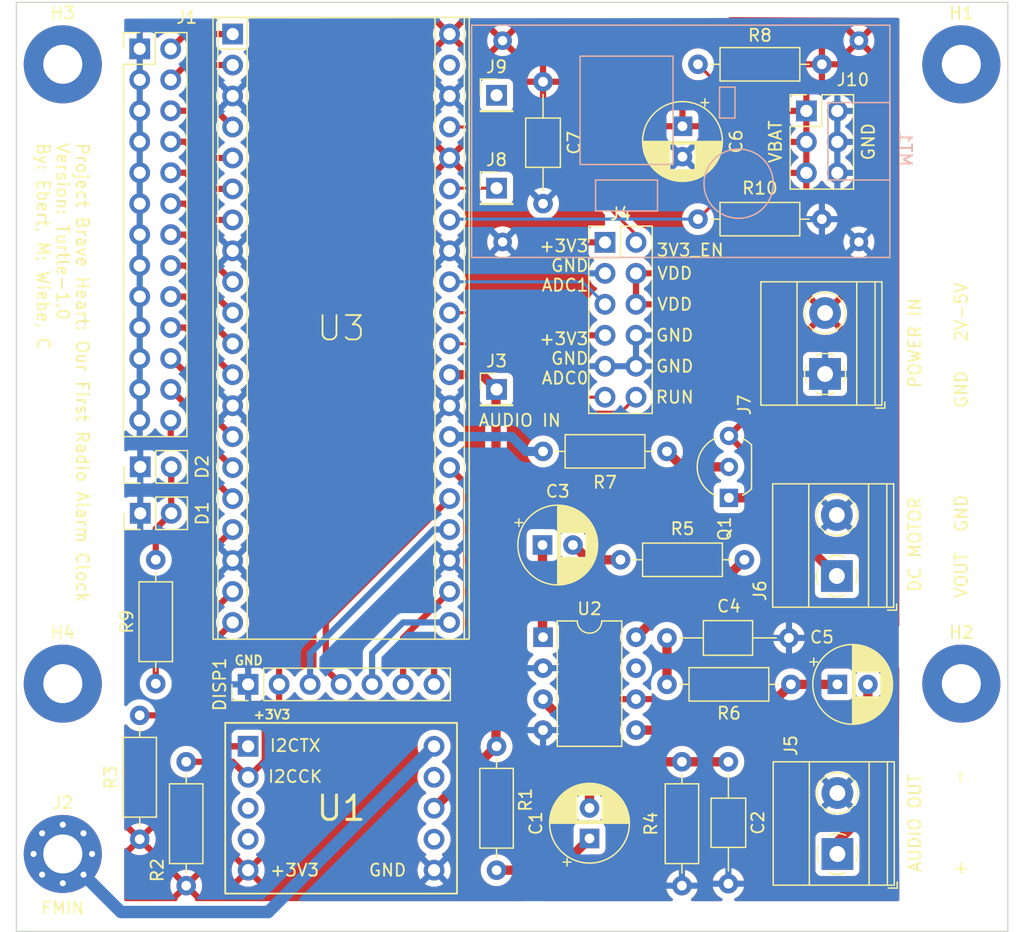
<source format=kicad_pcb>
(kicad_pcb (version 20211014) (generator pcbnew)
  (layers (0 "F.Cu" signal) (31 "B.Cu" signal) (36 "B.SilkS" user "B.Silkscreen") (37 "F.SilkS" user "F.Silkscreen") (38 "B.Mask" user) (39 "F.Mask" user) (44 "Edge.Cuts" user))
  (net 0 "")
  (net 1 "Net-(C3-Pad1)")
  (net 2 "GND")
  (net 3 "+3V3")
  (net 4 "/SPI_SCLK")
  (net 5 "/SPI_SDA")
  (net 6 "/SPI_RES")
  (net 7 "/SPI_DC")
  (net 8 "/SPI_CS")
  (net 9 "VDD")
  (net 10 "Net-(C3-Pad2)")
  (net 11 "Net-(Q1-Pad2)")
  (net 12 "/M1_PWM")
  (net 13 "/I2CCK")
  (net 19 "Net-(C5-Pad2)")
  (net 20 "Net-(D1-Pad2)")
  (net 21 "Net-(J1-Pad2)")
  (net 22 "Net-(J1-Pad4)")
  (net 23 "Net-(J1-Pad6)")
  (net 24 "Net-(J1-Pad8)")
  (net 25 "Net-(J1-Pad10)")
  (net 26 "Net-(J1-Pad12)")
  (net 27 "+3V0")
  (net 28 "Net-(R5-Pad1)")
  (net 29 "/LED_PIN")
  (net 30 "VCC")
  (net 31 "Net-(C1-Pad1)")
  (net 32 "Net-(C1-Pad2)")
  (net 33 "Net-(C4-Pad1)")
  (net 34 "Net-(C5-Pad1)")
  (net 35 "Net-(J2-Pad1)")
  (net 36 "/AUDIO")
  (net 37 "Net-(J1-Pad26)")
  (net 38 "Net-(J1-Pad24)")
  (net 39 "Net-(J1-Pad22)")
  (net 40 "Net-(J1-Pad20)")
  (net 41 "Net-(J1-Pad18)")
  (net 42 "Net-(J1-Pad16)")
  (net 43 "Net-(J1-Pad14)")
  (net 44 "Net-(J6-Pad1)")
  (net 45 "/I2CTX")
  (net 46 "Net-(U3-Pad37)")
  (net 47 "/VBAT")
  (net 48 "Net-(J8-Pad1)")
  (net 49 "Net-(J9-Pad1)")
  (net 50 "Net-(U3-Pad30)")
  (net 51 "Net-(U3-Pad32)")
  (net 52 "Net-(U3-Pad31)")
  (footprint "Capacitor_THT:CP_Radial_D6.3mm_P2.50mm" (layer "F.Cu") (at 143.555 126.94 90)
    (fp_text reference "C1" (at 1.25 -4.4 90) (layer "F.SilkS"))
    (fp_text value "C_Polarized_US")
    (pad "1" thru_hole rect (at 0 0 90) (size 1.6 1.6) (drill 0.8) (layers *.Cu *.Mask) (net 31 "Net-(C1-Pad1)"))
    (pad "2" thru_hole circle (at 2.5 0 90) (size 1.6 1.6) (drill 0.8) (layers *.Cu *.Mask) (net 32 "Net-(C1-Pad2)"))
  )
  (footprint "TerminalBlock_Phoenix:TerminalBlock_Phoenix_MKDS-1,5-2_1x02_P5.00mm_Horizontal" (layer "F.Cu") (at 162.865 88.84 90)
    (fp_text reference "J7" (at -2.54 -6.61 90) (layer "F.SilkS"))
    (fp_text value "Conn_01x02")
    (pad "1" thru_hole rect (at 0 0 90) (size 2.6 2.6) (drill 1.3) (layers *.Cu *.Mask) (net 2 "GND"))
    (pad "2" thru_hole circle (at 5 0 90) (size 2.6 2.6) (drill 1.3) (layers *.Cu *.Mask) (net 27 "+3V0"))
  )
  (footprint "Resistor_THT:R_Axial_DIN0207_L6.3mm_D2.5mm_P10.16mm_Horizontal" (layer "F.Cu") (at 107.995 114.24 90)
    (fp_text reference "R9" (at 5.08 -2.37 90) (layer "F.SilkS"))
    (fp_text value "R_US")
    (pad "1" thru_hole circle (at 0 0 90) (size 1.6 1.6) (drill 0.8) (layers *.Cu *.Mask) (net 29 "/LED_PIN"))
    (pad "2" thru_hole oval (at 10.16 0 90) (size 1.6 1.6) (drill 0.8) (layers *.Cu *.Mask) (net 20 "Net-(D1-Pad2)"))
  )
  (footprint "TerminalBlock_Phoenix:TerminalBlock_Phoenix_MKDS-1,5-2_1x02_P5.00mm_Horizontal" (layer "F.Cu") (at 163.83 105.41 90)
    (fp_text reference "J6" (at -1.21 -6.305 90) (layer "F.SilkS"))
    (fp_text value "Conn_01x02")
    (pad "1" thru_hole rect (at 0 0 90) (size 2.6 2.6) (drill 1.3) (layers *.Cu *.Mask) (net 44 "Net-(J6-Pad1)"))
    (pad "2" thru_hole circle (at 5 0 90) (size 2.6 2.6) (drill 1.3) (layers *.Cu *.Mask) (net 2 "GND"))
  )
  (footprint "Resistor_THT:R_Axial_DIN0207_L6.3mm_D2.5mm_P10.16mm_Horizontal" (layer "F.Cu") (at 152.445 76.14)
    (fp_text reference "R10" (at 5.08 -2.54) (layer "F.SilkS"))
    (fp_text value "R_US")
    (pad "1" thru_hole circle (at 0 0) (size 1.6 1.6) (drill 0.8) (layers *.Cu *.Mask) (net 47 "/VBAT"))
    (pad "2" thru_hole oval (at 10.16 0) (size 1.6 1.6) (drill 0.8) (layers *.Cu *.Mask) (net 2 "GND"))
  )
  (footprint "Connector_PinHeader_2.54mm:PinHeader_2x06_P2.54mm_Vertical" (layer "F.Cu") (at 144.825 78.045)
    (fp_text reference "J4" (at 1.27 -2.33) (layer "F.SilkS"))
    (fp_text value "Conn_02x07_Odd_Even")
    (pad "1" thru_hole rect (at 0 0) (size 1.7 1.7) (drill 1) (layers *.Cu *.Mask) (net 3 "+3V3"))
    (pad "2" thru_hole oval (at 2.54 0) (size 1.7 1.7) (drill 1) (layers *.Cu *.Mask) (net 46 "Net-(U3-Pad37)"))
    (pad "3" thru_hole oval (at 0 2.54) (size 1.7 1.7) (drill 1) (layers *.Cu *.Mask) (net 2 "GND"))
    (pad "4" thru_hole oval (at 2.54 2.54) (size 1.7 1.7) (drill 1) (layers *.Cu *.Mask) (net 9 "VDD"))
    (pad "5" thru_hole oval (at 0 5.08) (size 1.7 1.7) (drill 1) (layers *.Cu *.Mask) (net 51 "Net-(U3-Pad32)"))
    (pad "6" thru_hole oval (at 2.54 5.08) (size 1.7 1.7) (drill 1) (layers *.Cu *.Mask) (net 9 "VDD"))
    (pad "7" thru_hole oval (at 0 7.62) (size 1.7 1.7) (drill 1) (layers *.Cu *.Mask) (net 3 "+3V3"))
    (pad "8" thru_hole oval (at 2.54 7.62) (size 1.7 1.7) (drill 1) (layers *.Cu *.Mask) (net 2 "GND"))
    (pad "9" thru_hole oval (at 0 10.16) (size 1.7 1.7) (drill 1) (layers *.Cu *.Mask) (net 2 "GND"))
    (pad "10" thru_hole oval (at 2.54 10.16) (size 1.7 1.7) (drill 1) (layers *.Cu *.Mask) (net 2 "GND"))
    (pad "11" thru_hole oval (at 0 12.7) (size 1.7 1.7) (drill 1) (layers *.Cu *.Mask) (net 52 "Net-(U3-Pad31)"))
    (pad "12" thru_hole oval (at 2.54 12.7) (size 1.7 1.7) (drill 1) (layers *.Cu *.Mask) (net 50 "Net-(U3-Pad30)"))
  )
  (footprint "Capacitor_THT:CP_Radial_D6.3mm_P2.50mm" (layer "F.Cu") (at 139.7 102.87)
    (fp_text reference "C3" (at 1.25 -4.4) (layer "F.SilkS"))
    (fp_text value "C_Polarized_US")
    (pad "1" thru_hole rect (at 0 0) (size 1.6 1.6) (drill 0.8) (layers *.Cu *.Mask) (net 1 "Net-(C3-Pad1)"))
    (pad "2" thru_hole circle (at 2.5 0) (size 1.6 1.6) (drill 0.8) (layers *.Cu *.Mask) (net 10 "Net-(C3-Pad2)"))
  )
  (footprint "Resistor_THT:R_Axial_DIN0207_L6.3mm_D2.5mm_P10.16mm_Horizontal" (layer "F.Cu") (at 139.745 95.19)
    (fp_text reference "R7" (at 5.08 2.54) (layer "F.SilkS"))
    (fp_text value "R_US")
    (pad "1" thru_hole circle (at 0 0) (size 1.6 1.6) (drill 0.8) (layers *.Cu *.Mask) (net 12 "/M1_PWM"))
    (pad "2" thru_hole oval (at 10.16 0) (size 1.6 1.6) (drill 0.8) (layers *.Cu *.Mask) (net 11 "Net-(Q1-Pad2)"))
  )
  (footprint "Connector_PinHeader_2.54mm:PinHeader_1x02_P2.54mm_Vertical" (layer "F.Cu") (at 106.725 96.46 90)
    (fp_text reference "D2" (at 0 5.08 90) (layer "F.SilkS"))
    (fp_text value "LED")
    (pad "1" thru_hole rect (at 0 0 90) (size 1.7 1.7) (drill 1) (layers *.Cu *.Mask) (net 2 "GND"))
    (pad "2" thru_hole oval (at 0 2.54 90) (size 1.7 1.7) (drill 1) (layers *.Cu *.Mask) (net 20 "Net-(D1-Pad2)"))
  )
  (footprint "TerminalBlock_Phoenix:TerminalBlock_Phoenix_MKDS-1,5-2_1x02_P5.00mm_Horizontal" (layer "F.Cu") (at 163.875 128.21 90)
    (fp_text reference "J5" (at 8.89 -3.81 90) (layer "F.SilkS"))
    (fp_text value "Conn_01x02")
    (pad "1" thru_hole rect (at 0 0 90) (size 2.6 2.6) (drill 1.3) (layers *.Cu *.Mask) (net 19 "Net-(C5-Pad2)"))
    (pad "2" thru_hole circle (at 5 0 90) (size 2.6 2.6) (drill 1.3) (layers *.Cu *.Mask) (net 2 "GND"))
  )
  (footprint "MountingHole:MountingHole_3.2mm_M3_Pad" (layer "F.Cu") (at 174.035 114.24)
    (fp_text reference "H2" (at 0 -4.2) (layer "F.SilkS"))
    (fp_text value "MountingHole")
    (pad "1" thru_hole circle (at 0 0) (size 6.4 6.4) (drill 3.2) (layers *.Cu *.Mask))
  )
  (footprint "Connector_PinHeader_2.54mm:PinHeader_1x01_P2.54mm_Vertical" (layer "F.Cu") (at 135.935 73.6)
    (fp_text reference "J8" (at 0 -2.33) (layer "F.SilkS"))
    (fp_text value "Conn_01x01")
    (pad "1" thru_hole rect (at 0 0) (size 1.7 1.7) (drill 1) (layers *.Cu *.Mask) (net 48 "Net-(J8-Pad1)"))
  )
  (footprint "Resistor_THT:R_Axial_DIN0207_L6.3mm_D2.5mm_P10.16mm_Horizontal" (layer "F.Cu") (at 106.68 127 90)
    (fp_text reference "R3" (at 5.08 -2.37 90) (layer "F.SilkS"))
    (fp_text value "R_US")
    (pad "1" thru_hole circle (at 0 0 90) (size 1.6 1.6) (drill 0.8) (layers *.Cu *.Mask) (net 3 "+3V3"))
    (pad "2" thru_hole oval (at 10.16 0 90) (size 1.6 1.6) (drill 0.8) (layers *.Cu *.Mask) (net 45 "/I2CTX"))
  )
  (footprint "Resistor_THT:R_Axial_DIN0207_L6.3mm_D2.5mm_P10.16mm_Horizontal" (layer "F.Cu") (at 135.935 119.38 -90)
    (fp_text reference "R1" (at 4.385 -2.37 90) (layer "F.SilkS"))
    (fp_text value "R_US")
    (pad "1" thru_hole circle (at 0 0 270) (size 1.6 1.6) (drill 0.8) (layers *.Cu *.Mask) (net 36 "/AUDIO"))
    (pad "2" thru_hole oval (at 10.16 0 270) (size 1.6 1.6) (drill 0.8) (layers *.Cu *.Mask) (net 31 "Net-(C1-Pad1)"))
  )
  (footprint "Connector_PinHeader_2.54mm:PinHeader_1x07_P2.54mm_Vertical" (layer "F.Cu") (at 115.57 114.3 90)
    (fp_text reference "DISP1" (at 0 -2.33 90) (layer "F.SilkS"))
    (fp_text value "OLED Display")
    (pad "1" thru_hole rect (at 0 0 90) (size 1.7 1.7) (drill 1) (layers *.Cu *.Mask) (net 2 "GND"))
    (pad "2" thru_hole oval (at 0 2.54 90) (size 1.7 1.7) (drill 1) (layers *.Cu *.Mask) (net 3 "+3V3"))
    (pad "3" thru_hole oval (at 0 5.08 90) (size 1.7 1.7) (drill 1) (layers *.Cu *.Mask) (net 4 "/SPI_SCLK"))
    (pad "4" thru_hole oval (at 0 7.62 90) (size 1.7 1.7) (drill 1) (layers *.Cu *.Mask) (net 5 "/SPI_SDA"))
    (pad "5" thru_hole oval (at 0 10.16 90) (size 1.7 1.7) (drill 1) (layers *.Cu *.Mask) (net 6 "/SPI_RES"))
    (pad "6" thru_hole oval (at 0 12.7 90) (size 1.7 1.7) (drill 1) (layers *.Cu *.Mask) (net 7 "/SPI_DC"))
    (pad "7" thru_hole oval (at 0 15.24 90) (size 1.7 1.7) (drill 1) (layers *.Cu *.Mask) (net 8 "/SPI_CS"))
  )
  (footprint "Resistor_THT:R_Axial_DIN0207_L6.3mm_D2.5mm_P10.16mm_Horizontal" (layer "F.Cu") (at 156.255 104.08 180)
    (fp_text reference "R5" (at 5.08 2.54) (layer "F.SilkS"))
    (fp_text value "R_US")
    (pad "1" thru_hole circle (at 0 0 180) (size 1.6 1.6) (drill 0.8) (layers *.Cu *.Mask) (net 28 "Net-(R5-Pad1)"))
    (pad "2" thru_hole oval (at 10.16 0 180) (size 1.6 1.6) (drill 0.8) (layers *.Cu *.Mask) (net 10 "Net-(C3-Pad2)"))
  )
  (footprint "Resistor_THT:R_Axial_DIN0207_L6.3mm_D2.5mm_P10.16mm_Horizontal" (layer "F.Cu") (at 110.49 130.81 90)
    (fp_text reference "R2" (at 1.27 -2.37 90) (layer "F.SilkS"))
    (fp_text value "R_US")
    (pad "1" thru_hole circle (at 0 0 90) (size 1.6 1.6) (drill 0.8) (layers *.Cu *.Mask) (net 3 "+3V3"))
    (pad "2" thru_hole oval (at 10.16 0 90) (size 1.6 1.6) (drill 0.8) (layers *.Cu *.Mask) (net 13 "/I2CCK"))
  )
  (footprint "ECE:RDA5807M_Module_TH" (layer "F.Cu") (at 123.19 124.46)
    (fp_text reference "U1" (at 0 0 unlocked) (layer "F.SilkS") (effects (font (size 2 2) (thickness 0.25))))
    (fp_text value "RDA5807M_Module")
    (pad "1" thru_hole rect (at -7.62 -5.08 180) (size 1.7 1.7) (drill 1) (layers *.Cu *.Mask) (net 45 "/I2CTX"))
    (pad "2" thru_hole circle (at -7.62 -2.54 180) (size 1.7 1.7) (drill 1) (layers *.Cu *.Mask) (net 13 "/I2CCK"))
    (pad "3" thru_hole circle (at -7.62 0 180) (size 1.7 1.7) (drill 1) (layers *.Cu *.Mask))
    (pad "4" thru_hole circle (at -7.62 2.54 180) (size 1.7 1.7) (drill 1) (layers *.Cu *.Mask))
    (pad "5" thru_hole circle (at -7.62 5.08 180) (size 1.7 1.7) (drill 1) (layers *.Cu *.Mask) (net 3 "+3V3"))
    (pad "6" thru_hole circle (at 7.62 5.08 180) (size 1.7 1.7) (drill 1) (layers *.Cu *.Mask) (net 2 "GND"))
    (pad "7" thru_hole circle (at 7.62 2.54 180) (size 1.7 1.7) (drill 1) (layers *.Cu *.Mask))
    (pad "8" thru_hole circle (at 7.62 0 180) (size 1.7 1.7) (drill 1) (layers *.Cu *.Mask) (net 36 "/AUDIO"))
    (pad "9" thru_hole circle (at 7.62 -2.54 180) (size 1.7 1.7) (drill 1) (layers *.Cu *.Mask))
    (pad "10" thru_hole circle (at 7.62 -5.08 180) (size 1.7 1.7) (drill 1) (layers *.Cu *.Mask) (net 35 "Net-(J2-Pad1)"))
  )
  (footprint "Connector_PinHeader_2.54mm:PinHeader_2x03_P2.54mm_Vertical" (layer "F.Cu") (at 161.33 67.265)
    (fp_text reference "J10" (at 3.815 -2.555) (layer "F.SilkS"))
    (fp_text value "Conn_02x03_Odd_Even")
    (pad "1" thru_hole rect (at 0 0) (size 1.7 1.7) (drill 1) (layers *.Cu *.Mask) (net 27 "+3V0"))
    (pad "2" thru_hole oval (at 2.54 0) (size 1.7 1.7) (drill 1) (layers *.Cu *.Mask) (net 2 "GND"))
    (pad "3" thru_hole oval (at 0 2.54) (size 1.7 1.7) (drill 1) (layers *.Cu *.Mask) (net 27 "+3V0"))
    (pad "4" thru_hole oval (at 2.54 2.54) (size 1.7 1.7) (drill 1) (layers *.Cu *.Mask) (net 2 "GND"))
    (pad "5" thru_hole oval (at 0 5.08) (size 1.7 1.7) (drill 1) (layers *.Cu *.Mask) (net 27 "+3V0"))
    (pad "6" thru_hole oval (at 2.54 5.08) (size 1.7 1.7) (drill 1) (layers *.Cu *.Mask) (net 2 "GND"))
  )
  (footprint "Capacitor_THT:CP_Radial_D6.3mm_P2.50mm" (layer "F.Cu") (at 163.875 114.3)
    (fp_text reference "C5" (at -1.27 -3.87) (layer "F.SilkS"))
    (fp_text value "C_Polarized_US")
    (pad "1" thru_hole rect (at 0 0) (size 1.6 1.6) (drill 0.8) (layers *.Cu *.Mask) (net 34 "Net-(C5-Pad1)"))
    (pad "2" thru_hole circle (at 2.5 0) (size 1.6 1.6) (drill 0.8) (layers *.Cu *.Mask) (net 19 "Net-(C5-Pad2)"))
  )
  (footprint "Capacitor_THT:C_Axial_L3.8mm_D2.6mm_P10.00mm_Horizontal" (layer "F.Cu") (at 154.94 120.65 -90)
    (fp_text reference "C2" (at 5 -2.42 90) (layer "F.SilkS"))
    (fp_text value "C")
    (pad "1" thru_hole circle (at 0 0 270) (size 1.6 1.6) (drill 0.8) (layers *.Cu *.Mask) (net 32 "Net-(C1-Pad2)"))
    (pad "2" thru_hole oval (at 10 0 270) (size 1.6 1.6) (drill 0.8) (layers *.Cu *.Mask) (net 2 "GND"))
  )
  (footprint "Package_TO_SOT_THT:TO-92_Inline_Wide" (layer "F.Cu") (at 154.985 99 90)
    (fp_text reference "Q1" (at -2.54 -0.36 90) (layer "F.SilkS"))
    (fp_text value "PN2222A")
    (pad "1" thru_hole rect (at 0 0 90) (size 1.5 1.5) (drill 0.8) (layers *.Cu *.Mask) (net 44 "Net-(J6-Pad1)"))
    (pad "2" thru_hole circle (at 2.54 0 90) (size 1.5 1.5) (drill 0.8) (layers *.Cu *.Mask) (net 11 "Net-(Q1-Pad2)"))
    (pad "3" thru_hole circle (at 5.08 0 90) (size 1.5 1.5) (drill 0.8) (layers *.Cu *.Mask) (net 27 "+3V0"))
  )
  (footprint "Capacitor_THT:C_Axial_L3.8mm_D2.6mm_P10.00mm_Horizontal" (layer "F.Cu") (at 139.745 74.87 90)
    (fp_text reference "C7" (at 5 2.54 90) (layer "F.SilkS"))
    (fp_text value "C")
    (pad "1" thru_hole circle (at 0 0 90) (size 1.6 1.6) (drill 0.8) (layers *.Cu *.Mask) (net 2 "GND"))
    (pad "2" thru_hole oval (at 10 0 90) (size 1.6 1.6) (drill 0.8) (layers *.Cu *.Mask) (net 9 "VDD"))
  )
  (footprint "MountingHole:MountingHole_3.2mm_M3_Pad_Via" (layer "F.Cu") (at 100.375 128.21)
    (fp_text reference "J2" (at 0 -4.2) (layer "F.SilkS"))
    (fp_text value "Conn_01x01")
    (pad "1" thru_hole circle (at 1.697056 -1.697056) (size 0.8 0.8) (drill 0.5) (layers *.Cu *.Mask) (net 35 "Net-(J2-Pad1)"))
    (pad "1" thru_hole circle (at 0 0) (size 6.4 6.4) (drill 3.2) (layers *.Cu *.Mask) (net 35 "Net-(J2-Pad1)"))
    (pad "1" thru_hole circle (at 1.697056 1.697056) (size 0.8 0.8) (drill 0.5) (layers *.Cu *.Mask) (net 35 "Net-(J2-Pad1)"))
    (pad "1" thru_hole circle (at -2.4 0) (size 0.8 0.8) (drill 0.5) (layers *.Cu *.Mask) (net 35 "Net-(J2-Pad1)"))
    (pad "1" thru_hole circle (at 0 2.4) (size 0.8 0.8) (drill 0.5) (layers *.Cu *.Mask) (net 35 "Net-(J2-Pad1)"))
    (pad "1" thru_hole circle (at -1.697056 1.697056) (size 0.8 0.8) (drill 0.5) (layers *.Cu *.Mask) (net 35 "Net-(J2-Pad1)"))
    (pad "1" thru_hole circle (at -1.697056 -1.697056) (size 0.8 0.8) (drill 0.5) (layers *.Cu *.Mask) (net 35 "Net-(J2-Pad1)"))
    (pad "1" thru_hole circle (at 2.4 0) (size 0.8 0.8) (drill 0.5) (layers *.Cu *.Mask) (net 35 "Net-(J2-Pad1)"))
    (pad "1" thru_hole circle (at 0 -2.4) (size 0.8 0.8) (drill 0.5) (layers *.Cu *.Mask) (net 35 "Net-(J2-Pad1)"))
  )
  (footprint "MountingHole:MountingHole_3.2mm_M3_Pad" (layer "F.Cu") (at 100.375 63.44)
    (fp_text reference "H3" (at 0 -4.2) (layer "F.SilkS"))
    (fp_text value "MountingHole")
    (pad "1" thru_hole circle (at 0 0) (size 6.4 6.4) (drill 3.2) (layers *.Cu *.Mask))
  )
  (footprint "Resistor_THT:R_Axial_DIN0207_L6.3mm_D2.5mm_P10.16mm_Horizontal" (layer "F.Cu") (at 151.13 120.65 -90)
    (fp_text reference "R4" (at 5.08 2.54 90) (layer "F.SilkS"))
    (fp_text value "R_US")
    (pad "1" thru_hole circle (at 0 0 270) (size 1.6 1.6) (drill 0.8) (layers *.Cu *.Mask) (net 32 "Net-(C1-Pad2)"))
    (pad "2" thru_hole oval (at 10.16 0 270) (size 1.6 1.6) (drill 0.8) (layers *.Cu *.Mask) (net 2 "GND"))
  )
  (footprint "Capacitor_THT:CP_Radial_D6.3mm_P2.50mm" (layer "F.Cu") (at 151.175 68.52 -90)
    (fp_text reference "C6" (at 1.25 -4.4 90) (layer "F.SilkS"))
    (fp_text value "C_Polarized_US")
    (pad "1" thru_hole rect (at 0 0 270) (size 1.6 1.6) (drill 0.8) (layers *.Cu *.Mask) (net 9 "VDD"))
    (pad "2" thru_hole circle (at 2.5 0 270) (size 1.6 1.6) (drill 0.8) (layers *.Cu *.Mask) (net 2 "GND"))
  )
  (footprint "MountingHole:MountingHole_3.2mm_M3_Pad" (layer "F.Cu") (at 100.375 114.24)
    (fp_text reference "H4" (at 0 -4.2) (layer "F.SilkS"))
    (fp_text value "MountingHole")
    (pad "1" thru_hole circle (at 0 0) (size 6.4 6.4) (drill 3.2) (layers *.Cu *.Mask))
  )
  (footprint "Connector_PinHeader_2.54mm:PinHeader_1x01_P2.54mm_Vertical" (layer "F.Cu") (at 135.935 90.11)
    (fp_text reference "J3" (at 0 -2.33) (layer "F.SilkS"))
    (fp_text value "Conn_01x01")
    (pad "1" thru_hole rect (at 0 0) (size 1.7 1.7) (drill 1) (layers *.Cu *.Mask) (net 36 "/AUDIO"))
  )
  (footprint "Connector_PinHeader_2.54mm:PinHeader_2x13_P2.54mm_Vertical" (layer "F.Cu") (at 106.68 62.17)
    (fp_text reference "J1" (at 3.855 -2.58) (layer "F.SilkS"))
    (fp_text value "Conn_02x13_Counter_Clockwise")
    (pad "1" thru_hole rect (at 0 0) (size 1.7 1.7) (drill 1) (layers *.Cu *.Mask) (net 2 "GND"))
    (pad "2" thru_hole oval (at 2.54 0) (size 1.7 1.7) (drill 1) (layers *.Cu *.Mask) (net 21 "Net-(J1-Pad2)"))
    (pad "3" thru_hole oval (at 0 2.54) (size 1.7 1.7) (drill 1) (layers *.Cu *.Mask) (net 2 "GND"))
    (pad "4" thru_hole oval (at 2.54 2.54) (size 1.7 1.7) (drill 1) (layers *.Cu *.Mask) (net 22 "Net-(J1-Pad4)"))
    (pad "5" thru_hole oval (at 0 5.08) (size 1.7 1.7) (drill 1) (layers *.Cu *.Mask) (net 2 "GND"))
    (pad "6" thru_hole oval (at 2.54 5.08) (size 1.7 1.7) (drill 1) (layers *.Cu *.Mask) (net 23 "Net-(J1-Pad6)"))
    (pad "7" thru_hole oval (at 0 7.62) (size 1.7 1.7) (drill 1) (layers *.Cu *.Mask) (net 2 "GND"))
    (pad "8" thru_hole oval (at 2.54 7.62) (size 1.7 1.7) (drill 1) (layers *.Cu *.Mask) (net 24 "Net-(J1-Pad8)"))
    (pad "9" thru_hole oval (at 0 10.16) (size 1.7 1.7) (drill 1) (layers *.Cu *.Mask) (net 2 "GND"))
    (pad "10" thru_hole oval (at 2.54 10.16) (size 1.7 1.7) (drill 1) (layers *.Cu *.Mask) (net 25 "Net-(J1-Pad10)"))
    (pad "11" thru_hole oval (at 0 12.7) (size 1.7 1.7) (drill 1) (layers *.Cu *.Mask) (net 2 "GND"))
    (pad "12" thru_hole oval (at 2.54 12.7) (size 1.7 1.7) (drill 1) (layers *.Cu *.Mask) (net 26 "Net-(J1-Pad12)"))
    (pad "13" thru_hole oval (at 0 15.24) (size 1.7 1.7) (drill 1) (layers *.Cu *.Mask) (net 2 "GND"))
    (pad "14" thru_hole oval (at 2.54 15.24) (size 1.7 1.7) (drill 1) (layers *.Cu *.Mask) (net 43 "Net-(J1-Pad14)"))
    (pad "15" thru_hole oval (at 0 17.78) (size 1.7 1.7) (drill 1) (layers *.Cu *.Mask) (net 2 "GND"))
    (pad "16" thru_hole oval (at 2.54 17.78) (size 1.7 1.7) (drill 1) (layers *.Cu *.Mask) (net 42 "Net-(J1-Pad16)"))
    (pad "17" thru_hole oval (at 0 20.32) (size 1.7 1.7) (drill 1) (layers *.Cu *.Mask) (net 2 "GND"))
    (pad "18" thru_hole oval (at 2.54 20.32) (size 1.7 1.7) (drill 1) (layers *.Cu *.Mask) (net 41 "Net-(J1-Pad18)"))
    (pad "19" thru_hole oval (at 0 22.86) (size 1.7 1.7) (drill 1) (layers *.Cu *.Mask) (net 2 "GND"))
    (pad "20" thru_hole oval (at 2.54 22.86) (size 1.7 1.7) (drill 1) (layers *.Cu *.Mask) (net 40 "Net-(J1-Pad20)"))
    (pad "21" thru_hole oval (at 0 25.4) (size 1.7 1.7) (drill 1) (layers *.Cu *.Mask) (net 2 "GND"))
    (pad "22" thru_hole oval (at 2.54 25.4) (size 1.7 1.7) (drill 1) (layers *.Cu *.Mask) (net 39 "Net-(J1-Pad22)"))
    (pad "23" thru_hole oval (at 0 27.94) (size 1.7 1.7) (drill 1) (layers *.Cu *.Mask) (net 2 "GND"))
    (pad "24" thru_hole oval (at 2.54 27.94) (size 1.7 1.7) (drill 1) (layers *.Cu *.Mask) (net 38 "Net-(J1-Pad24)"))
    (pad "25" thru_hole oval (at 0 30.48) (size 1.7 1.7) (drill 1) (layers *.Cu *.Mask) (net 2 "GND"))
    (pad "26" thru_hole oval (at 2.54 30.48) (size 1.7 1.7) (drill 1) (layers *.Cu *.Mask) (net 37 "Net-(J1-Pad26)"))
  )
  (footprint "MountingHole:MountingHole_3.2mm_M3_Pad" (layer "F.Cu") (at 174.035 63.44)
    (fp_text reference "H1" (at 0 -4.2) (layer "F.SilkS"))
    (fp_text value "MountingHole")
    (pad "1" thru_hole circle (at 0 0) (size 6.4 6.4) (drill 3.2) (layers *.Cu *.Mask))
  )
  (footprint "Resistor_THT:R_Axial_DIN0207_L6.3mm_D2.5mm_P10.16mm_Horizontal" (layer "F.Cu") (at 160.065 114.3 180)
    (fp_text reference "R6" (at 5.08 -2.37) (layer "F.SilkS"))
    (fp_text value "R_US")
    (pad "1" thru_hole circle (at 0 0 180) (size 1.6 1.6) (drill 0.8) (layers *.Cu *.Mask) (net 34 "Net-(C5-Pad1)"))
    (pad "2" thru_hole oval (at 10.16 0 180) (size 1.6 1.6) (drill 0.8) (layers *.Cu *.Mask) (net 33 "Net-(C4-Pad1)"))
  )
  (footprint "Connector_PinHeader_2.54mm:PinHeader_1x02_P2.54mm_Vertical" (layer "F.Cu") (at 106.725 100.27 90)
    (fp_text reference "D1" (at 0 5.08 90) (layer "F.SilkS"))
    (fp_text value "LED")
    (pad "1" thru_hole rect (at 0 0 90) (size 1.7 1.7) (drill 1) (layers *.Cu *.Mask) (net 2 "GND"))
    (pad "2" thru_hole oval (at 0 2.54 90) (size 1.7 1.7) (drill 1) (layers *.Cu *.Mask) (net 20 "Net-(D1-Pad2)"))
  )
  (footprint "Resistor_THT:R_Axial_DIN0207_L6.3mm_D2.5mm_P10.16mm_Horizontal" (layer "F.Cu") (at 152.445 63.44)
    (fp_text reference "R8" (at 5.08 -2.37) (layer "F.SilkS"))
    (fp_text value "R_US")
    (pad "1" thru_hole circle (at 0 0) (size 1.6 1.6) (drill 0.8) (layers *.Cu *.Mask) (net 47 "/VBAT"))
    (pad "2" thru_hole oval (at 10.16 0) (size 1.6 1.6) (drill 0.8) (layers *.Cu *.Mask) (net 27 "+3V0"))
  )
  (footprint "ECE:RPi_Pico_TH" (layer "F.Cu") (at 123.19 85.09)
    (fp_text reference "U3" (at 0 0 unlocked) (layer "F.SilkS") (effects (font (size 2 2))))
    (fp_text value "RPi_Pico_TH")
    (pad "1" thru_hole rect (at -8.89 -24.13) (size 1.7 1.7) (drill 1) (layers *.Cu *.Mask) (net 21 "Net-(J1-Pad2)"))
    (pad "2" thru_hole circle (at -8.89 -21.59) (size 1.7 1.7) (drill 1) (layers *.Cu *.Mask) (net 22 "Net-(J1-Pad4)"))
    (pad "3" thru_hole circle (at -8.89 -19.05) (size 1.7 1.7) (drill 1) (layers *.Cu *.Mask) (net 2 "GND"))
    (pad "4" thru_hole circle (at -8.89 -16.51) (size 1.7 1.7) (drill 1) (layers *.Cu *.Mask) (net 23 "Net-(J1-Pad6)"))
    (pad "5" thru_hole circle (at -8.89 -13.97) (size 1.7 1.7) (drill 1) (layers *.Cu *.Mask) (net 24 "Net-(J1-Pad8)"))
    (pad "6" thru_hole circle (at -8.89 -11.43) (size 1.7 1.7) (drill 1) (layers *.Cu *.Mask) (net 25 "Net-(J1-Pad10)"))
    (pad "7" thru_hole circle (at -8.89 -8.89) (size 1.7 1.7) (drill 1) (layers *.Cu *.Mask) (net 26 "Net-(J1-Pad12)"))
    (pad "8" thru_hole circle (at -8.89 -6.35) (size 1.7 1.7) (drill 1) (layers *.Cu *.Mask) (net 2 "GND"))
    (pad "9" thru_hole circle (at -8.89 -3.81) (size 1.7 1.7) (drill 1) (layers *.Cu *.Mask) (net 43 "Net-(J1-Pad14)"))
    (pad "10" thru_hole circle (at -8.89 -1.27) (size 1.7 1.7) (drill 1) (layers *.Cu *.Mask) (net 42 "Net-(J1-Pad16)"))
    (pad "11" thru_hole circle (at -8.89 1.27) (size 1.7 1.7) (drill 1) (layers *.Cu *.Mask) (net 41 "Net-(J1-Pad18)"))
    (pad "12" thru_hole circle (at -8.89 3.81) (size 1.7 1.7) (drill 1) (layers *.Cu *.Mask) (net 40 "Net-(J1-Pad20)"))
    (pad "13" thru_hole circle (at -8.89 6.35) (size 1.7 1.7) (drill 1) (layers *.Cu *.Mask) (net 2 "GND"))
    (pad "14" thru_hole circle (at -8.89 8.89) (size 1.7 1.7) (drill 1) (layers *.Cu *.Mask) (net 39 "Net-(J1-Pad22)"))
    (pad "15" thru_hole circle (at -8.89 11.43) (size 1.7 1.7) (drill 1) (layers *.Cu *.Mask) (net 38 "Net-(J1-Pad24)"))
    (pad "16" thru_hole circle (at -8.89 13.97) (size 1.7 1.7) (drill 1) (layers *.Cu *.Mask) (net 37 "Net-(J1-Pad26)"))
    (pad "17" thru_hole circle (at -8.89 16.51) (size 1.7 1.7) (drill 1) (layers *.Cu *.Mask) (net 29 "/LED_PIN"))
    (pad "18" thru_hole circle (at -8.89 19.05) (size 1.7 1.7) (drill 1) (layers *.Cu *.Mask) (net 2 "GND"))
    (pad "19" thru_hole circle (at -8.89 21.59) (size 1.7 1.7) (drill 1) (layers *.Cu *.Mask) (net 45 "/I2CTX"))
    (pad "20" thru_hole circle (at -8.89 24.13) (size 1.7 1.7) (drill 1) (layers *.Cu *.Mask) (net 13 "/I2CCK"))
    (pad "21" thru_hole circle (at 8.89 24.13) (size 1.7 1.7) (drill 1) (layers *.Cu *.Mask) (net 6 "/SPI_RES"))
    (pad "22" thru_hole circle (at 8.89 21.59) (size 1.7 1.7) (drill 1) (layers *.Cu *.Mask) (net 7 "/SPI_DC"))
    (pad "23" thru_hole circle (at 8.89 19.05) (size 1.7 1.7) (drill 1) (layers *.Cu *.Mask) (net 2 "GND"))
    (pad "24" thru_hole circle (at 8.89 16.51) (size 1.7 1.7) (drill 1) (layers *.Cu *.Mask) (net 4 "/SPI_SCLK"))
    (pad "25" thru_hole circle (at 8.89 13.97) (size 1.7 1.7) (drill 1) (layers *.Cu *.Mask) (net 5 "/SPI_SDA"))
    (pad "26" thru_hole circle (at 8.89 11.43) (size 1.7 1.7) (drill 1) (layers *.Cu *.Mask) (net 8 "/SPI_CS"))
    (pad "27" thru_hole circle (at 8.89 8.89) (size 1.7 1.7) (drill 1) (layers *.Cu *.Mask) (net 12 "/M1_PWM"))
    (pad "28" thru_hole circle (at 8.89 6.35) (size 1.7 1.7) (drill 1) (layers *.Cu *.Mask) (net 2 "GND"))
    (pad "29" thru_hole circle (at 8.89 3.81) (size 1.7 1.7) (drill 1) (layers *.Cu *.Mask) (net 36 "/AUDIO"))
    (pad "30" thru_hole circle (at 8.89 1.27) (size 1.7 1.7) (drill 1) (layers *.Cu *.Mask) (net 50 "Net-(U3-Pad30)"))
    (pad "31" thru_hole circle (at 8.89 -1.27) (size 1.7 1.7) (drill 1) (layers *.Cu *.Mask) (net 52 "Net-(U3-Pad31)"))
    (pad "32" thru_hole circle (at 8.89 -3.81) (size 1.7 1.7) (drill 1) (layers *.Cu *.Mask) (net 51 "Net-(U3-Pad32)"))
    (pad "33" thru_hole circle (at 8.89 -6.35) (size 1.7 1.7) (drill 1) (layers *.Cu *.Mask) (net 2 "GND"))
    (pad "34" thru_hole circle (at 8.89 -8.89) (size 1.7 1.7) (drill 1) (layers *.Cu *.Mask) (net 47 "/VBAT"))
    (pad "35" thru_hole circle (at 8.89 -11.43) (size 1.7 1.7) (drill 1) (layers *.Cu *.Mask) (net 48 "Net-(J8-Pad1)"))
    (pad "36" thru_hole circle (at 8.89 -13.97) (size 1.7 1.7) (drill 1) (layers *.Cu *.Mask) (net 3 "+3V3"))
    (pad "37" thru_hole circle (at 8.89 -16.51) (size 1.7 1.7) (drill 1) (layers *.Cu *.Mask) (net 46 "Net-(U3-Pad37)"))
    (pad "38" thru_hole circle (at 8.89 -19.05) (size 1.7 1.7) (drill 1) (layers *.Cu *.Mask) (net 2 "GND"))
    (pad "39" thru_hole circle (at 8.89 -21.59) (size 1.7 1.7) (drill 1) (layers *.Cu *.Mask) (net 30 "VCC"))
    (pad "40" thru_hole circle (at 8.89 -24.13) (size 1.7 1.7) (drill 1) (layers *.Cu *.Mask) (net 9 "VDD"))
  )
  (footprint "Package_DIP:DIP-8_W7.62mm" (layer "F.Cu") (at 139.745 110.43)
    (fp_text reference "U2" (at 3.81 -2.33) (layer "F.SilkS"))
    (fp_text value "LM386")
    (pad "1" thru_hole rect (at 0 0) (size 1.6 1.6) (drill 0.8) (layers *.Cu *.Mask) (net 1 "Net-(C3-Pad1)"))
    (pad "2" thru_hole oval (at 0 2.54) (size 1.6 1.6) (drill 0.8) (layers *.Cu *.Mask) (net 2 "GND"))
    (pad "3" thru_hole oval (at 0 5.08) (size 1.6 1.6) (drill 0.8) (layers *.Cu *.Mask) (net 32 "Net-(C1-Pad2)"))
    (pad "4" thru_hole oval (at 0 7.62) (size 1.6 1.6) (drill 0.8) (layers *.Cu *.Mask) (net 2 "GND"))
    (pad "5" thru_hole oval (at 7.62 7.62) (size 1.6 1.6) (drill 0.8) (layers *.Cu *.Mask) (net 34 "Net-(C5-Pad1)"))
    (pad "6" thru_hole oval (at 7.62 5.08) (size 1.6 1.6) (drill 0.8) (layers *.Cu *.Mask) (net 9 "VDD"))
    (pad "7" thru_hole oval (at 7.62 2.54) (size 1.6 1.6) (drill 0.8) (layers *.Cu *.Mask))
    (pad "8" thru_hole oval (at 7.62 0) (size 1.6 1.6) (drill 0.8) (layers *.Cu *.Mask) (net 28 "Net-(R5-Pad1)"))
  )
  (footprint "Connector_PinHeader_2.54mm:PinHeader_1x01_P2.54mm_Vertical" (layer "F.Cu") (at 135.935 65.98)
    (fp_text reference "J9" (at 0 -2.33) (layer "F.SilkS"))
    (fp_text value "Conn_01x01")
    (pad "1" thru_hole rect (at 0 0) (size 1.7 1.7) (drill 1) (layers *.Cu *.Mask) (net 49 "Net-(J9-Pad1)"))
  )
  (footprint "Capacitor_THT:C_Axial_L3.8mm_D2.6mm_P10.00mm_Horizontal" (layer "F.Cu") (at 149.905 110.49)
    (fp_text reference "C4" (at 5.08 -2.6) (layer "F.SilkS"))
    (fp_text value "C")
    (pad "1" thru_hole circle (at 0 0) (size 1.6 1.6) (drill 0.8) (layers *.Cu *.Mask) (net 33 "Net-(C4-Pad1)"))
    (pad "2" thru_hole oval (at 10 0) (size 1.6 1.6) (drill 0.8) (layers *.Cu *.Mask) (net 2 "GND"))
  )
  (footprint "braveheart_custom:MT3608PKG" (layer "B.Cu") (at 168.18 79.28 90)
    (fp_text reference "MT1" (at 8.89 1.27 270 unlocked) (layer "B.SilkS") (effects (justify mirror)))
    (fp_text value "MT3608PKG")
    (pad "1" thru_hole circle (at 17.78 -2.54 90) (size 1.524 1.524) (drill 0.762) (layers *.Cu *.Mask) (net 27 "+3V0"))
    (pad "2" thru_hole circle (at 1.27 -2.54 90) (size 1.524 1.524) (drill 0.762) (layers *.Cu *.Mask) (net 2 "GND"))
    (pad "3" thru_hole circle (at 17.78 -31.75 90) (size 1.524 1.524) (drill 0.762) (layers *.Cu *.Mask) (net 9 "VDD"))
    (pad "4" thru_hole circle (at 1.27 -31.75 90) (size 1.524 1.524) (drill 0.762) (layers *.Cu *.Mask) (net 2 "GND"))
  )
  (gr_line (start 177.845 134.56) (end 96.565 134.56) (layer "Edge.Cuts") (width 0.1))
  (gr_line (start 96.565 58.36) (end 177.845 58.36) (layer "Edge.Cuts") (width 0.1))
  (gr_line (start 96.565 134.56) (end 96.565 58.36) (layer "Edge.Cuts") (width 0.1))
  (gr_line (start 177.845 58.36) (end 177.845 134.56) (layer "Edge.Cuts") (width 0.1))
  (gr_text "VDD" (at 150.54 80.585) (layer "F.SilkS") (effects (font (size 1 1))))
  (gr_text "I2CCK" (at 119.425 121.86) (layer "F.SilkS") (effects (font (size 1 1))))
  (gr_text "GND" (at 166.415 69.79 90) (layer "F.SilkS") (effects (font (size 1 1))))
  (gr_text "POWER IN" (at 170.225 86.3 90) (layer "F.SilkS") (effects (font (size 1 1))))
  (gr_text "DC MOTOR" (at 170.225 102.81 90) (layer "F.SilkS") (effects (font (size 1 1))))
  (gr_text "-\n" (at 174.035 121.86 270) (layer "F.SilkS") (effects (font (size 1 1))))
  (gr_text "GND" (at 174.035 90.11 90) (layer "F.SilkS") (effects (font (size 1 1))))
  (gr_text "+3V3\nGND\nADC1\n" (at 143.555 79.95) (layer "F.SilkS") (effects (font (size 1 1)) (justify right)))
  (gr_text "VBAT" (at 158.795 69.79 90) (layer "F.SilkS") (effects (font (size 1 1))))
  (gr_text "AUDIO OUT" (at 170.225 125.67 90) (layer "F.SilkS") (effects (font (size 1 1))))
  (gr_text "GND" (at 127 129.54) (layer "F.SilkS") (effects (font (size 1 1))))
  (gr_text "2V-5V" (at 174.035 83.76 90) (layer "F.SilkS") (effects (font (size 1 1))))
  (gr_text "+3V3" (at 119.38 129.54) (layer "F.SilkS") (effects (font (size 1 1))))
  (gr_text "I2CTX" (at 119.425 119.32) (layer "F.SilkS") (effects (font (size 1 1))))
  (gr_text "GND" (at 174.035 100.27 90) (layer "F.SilkS") (effects (font (size 1 1))))
  (gr_text "GND" (at 150.54 88.205) (layer "F.SilkS") (effects (font (size 1 1))))
  (gr_text "GND" (at 150.54 85.665) (layer "F.SilkS") (effects (font (size 1 1))))
  (gr_text "VDD" (at 150.54 83.125) (layer "F.SilkS") (effects (font (size 1 1))))
  (gr_text "+3V3" (at 117.52 116.78) (layer "F.SilkS") (effects (font (size 0.75 0.75))))
  (gr_text "+3V3\nGND\nADC0\n" (at 143.555 87.57) (layer "F.SilkS") (effects (font (size 1 1)) (justify right)))
  (gr_text "GND" (at 115.615 112.335) (layer "F.SilkS") (effects (font (size 0.75 0.75))))
  (gr_text "FMIN" (at 100.375 132.655) (layer "F.SilkS") (effects (font (size 1 1))))
  (gr_text "AUDIO IN" (at 137.84 92.65) (layer "F.SilkS") (effects (font (size 1 1))))
  (gr_text "RUN" (at 150.54 90.745) (layer "F.SilkS") (effects (font (size 1 1))))
  (gr_text "Project Brave Heart: Our First Radio Alarm Clock\nVersion: Turtle-1.0\nBy: Ebert, M; Wiebe, C\n" (at 100.375 69.79 270) (layer "F.SilkS") (effects (font (size 1 1)) (justify left)))
  (gr_text "VOUT\n" (at 174.035 105.35 90) (layer "F.SilkS") (effects (font (size 1 1))))
  (gr_text "3V3_EN" (at 151.81 78.68) (layer "F.SilkS") (effects (font (size 1 1))))
  (gr_text "+" (at 174.035 129.48 180) (layer "F.SilkS") (effects (font (size 1 1))))
  (segment (start 139.7 102.87) (end 139.7 110.385) (width 0.762) (layer "F.Cu") (net 1))
  (segment (start 139.7 110.385) (end 139.745 110.43) (width 0.762) (layer "F.Cu") (net 1))
  (segment (start 132.08 101.6) (end 130.805 101.6) (width 0.508) (layer "B.Cu") (net 4))
  (segment (start 130.805 101.6) (end 120.65 111.755) (width 0.508) (layer "B.Cu") (net 4))
  (segment (start 120.65 111.755) (end 120.65 114.3) (width 0.508) (layer "B.Cu") (net 4))
  (segment (start 123.19 114.3) (end 121.94 113.05) (width 0.508) (layer "F.Cu") (net 5))
  (segment (start 121.94 109.2) (end 132.08 99.06) (width 0.508) (layer "F.Cu") (net 5))
  (segment (start 121.94 113.05) (end 121.94 109.2) (width 0.508) (layer "F.Cu") (net 5))
  (segment (start 125.73 114.3) (end 125.73 111.755) (width 0.508) (layer "B.Cu") (net 6))
  (segment (start 128.265 109.22) (end 132.08 109.22) (width 0.508) (layer "B.Cu") (net 6))
  (segment (start 125.73 111.755) (end 128.265 109.22) (width 0.508) (layer "B.Cu") (net 6))
  (segment (start 128.27 110.49) (end 132.08 106.68) (width 0.508) (layer "F.Cu") (net 7))
  (segment (start 128.27 114.3) (end 128.27 110.49) (width 0.508) (layer "F.Cu") (net 7))
  (segment (start 130.81 114.3) (end 130.81 112.957081) (width 0.508) (layer "F.Cu") (net 8))
  (segment (start 133.437511 97.877511) (end 132.08 96.52) (width 0.508) (layer "F.Cu") (net 8))
  (segment (start 133.437511 110.32957) (end 133.437511 97.877511) (width 0.508) (layer "F.Cu") (net 8))
  (segment (start 130.81 112.957081) (end 133.437511 110.32957) (width 0.508) (layer "F.Cu") (net 8))
  (segment (start 142.2 102.87) (end 142.24 102.87) (width 0.762) (layer "F.Cu") (net 10))
  (segment (start 143.45 104.08) (end 146.095 104.08) (width 0.762) (layer "F.Cu") (net 10))
  (segment (start 142.24 102.87) (end 143.45 104.08) (width 0.762) (layer "F.Cu") (net 10))
  (segment (start 151.175 96.46) (end 149.905 95.19) (width 0.762) (layer "F.Cu") (net 11))
  (segment (start 154.985 96.46) (end 151.175 96.46) (width 0.762) (layer "F.Cu") (net 11))
  (segment (start 137.16 93.98) (end 138.37 95.19) (width 0.762) (layer "B.Cu") (net 12))
  (segment (start 132.08 93.98) (end 137.16 93.98) (width 0.762) (layer "B.Cu") (net 12))
  (segment (start 138.37 95.19) (end 139.745 95.19) (width 0.762) (layer "B.Cu") (net 12))
  (segment (start 116.927511 120.562489) (end 116.927511 118.022489) (width 0.508) (layer "F.Cu") (net 13))
  (segment (start 113.222511 116.927511) (end 111.297 115.002) (width 0.508) (layer "F.Cu") (net 13))
  (segment (start 111.297 115.002) (end 111.297 112.223) (width 0.508) (layer "F.Cu") (net 13))
  (segment (start 116.927511 118.022489) (end 115.832533 116.927511) (width 0.508) (layer "F.Cu") (net 13))
  (segment (start 110.49 120.65) (end 114.3 120.65) (width 0.508) (layer "F.Cu") (net 13))
  (segment (start 115.57 121.92) (end 116.927511 120.562489) (width 0.508) (layer "F.Cu") (net 13))
  (segment (start 111.297 112.223) (end 114.3 109.22) (width 0.508) (layer "F.Cu") (net 13))
  (segment (start 115.832533 116.927511) (end 113.222511 116.927511) (width 0.508) (layer "F.Cu") (net 13))
  (segment (start 114.3 120.65) (end 115.57 121.92) (width 0.508) (layer "F.Cu") (net 13))
  (segment (start 166.375 114.3) (end 166.375 124.705) (width 0.762) (layer "F.Cu") (net 19))
  (segment (start 163.875 127.205) (end 163.875 128.21) (width 0.762) (layer "F.Cu") (net 19))
  (segment (start 166.375 124.705) (end 163.875 127.205) (width 0.762) (layer "F.Cu") (net 19))
  (segment (start 107.995 101.54) (end 109.265 100.27) (width 0.508) (layer "F.Cu") (net 20))
  (segment (start 109.265 96.46) (end 109.265 100.27) (width 0.508) (layer "F.Cu") (net 20))
  (segment (start 107.995 104.08) (end 107.995 101.54) (width 0.508) (layer "F.Cu") (net 20))
  (segment (start 110.43 60.96) (end 114.3 60.96) (width 0.508) (layer "F.Cu") (net 21))
  (segment (start 109.22 62.17) (end 110.43 60.96) (width 0.508) (layer "F.Cu") (net 21))
  (segment (start 110.43 63.5) (end 109.22 64.71) (width 0.508) (layer "F.Cu") (net 22))
  (segment (start 114.3 63.5) (end 110.43 63.5) (width 0.508) (layer "F.Cu") (net 22))
  (segment (start 109.22 67.25) (end 112.97 67.25) (width 0.508) (layer "F.Cu") (net 23))
  (segment (start 112.97 67.25) (end 114.3 68.58) (width 0.508) (layer "F.Cu") (net 23))
  (segment (start 110.43 69.79) (end 111.76 71.12) (width 0.508) (layer "F.Cu") (net 24))
  (segment (start 111.76 71.12) (end 114.3 71.12) (width 0.508) (layer "F.Cu") (net 24))
  (segment (start 109.22 69.79) (end 110.43 69.79) (width 0.508) (layer "F.Cu") (net 24))
  (segment (start 114.3 73.66) (end 111.76 73.66) (width 0.508) (layer "F.Cu") (net 25))
  (segment (start 111.76 73.66) (end 110.43 72.33) (width 0.508) (layer "F.Cu") (net 25))
  (segment (start 110.43 72.33) (end 109.22 72.33) (width 0.508) (layer "F.Cu") (net 25))
  (segment (start 111.76 76.2) (end 114.3 76.2) (width 0.508) (layer "F.Cu") (net 26))
  (segment (start 110.43 74.87) (end 111.76 76.2) (width 0.508) (layer "F.Cu") (net 26))
  (segment (start 109.22 74.87) (end 110.43 74.87) (width 0.508) (layer "F.Cu") (net 26))
  (segment (start 151.15 106.68) (end 153.655 106.68) (width 0.762) (layer "F.Cu") (net 28))
  (segment (start 147.4 110.43) (end 151.15 106.68) (width 0.762) (layer "F.Cu") (net 28))
  (segment (start 153.655 106.68) (end 156.255 104.08) (width 0.762) (layer "F.Cu") (net 28))
  (segment (start 147.365 110.43) (end 147.4 110.43) (width 0.762) (layer "F.Cu") (net 28))
  (segment (start 107.995 107.905) (end 107.995 114.24) (width 0.508) (layer "F.Cu") (net 29))
  (segment (start 114.3 101.6) (end 107.995 107.905) (width 0.508) (layer "F.Cu") (net 29))
  (segment (start 140.955 129.54) (end 143.555 126.94) (width 0.762) (layer "F.Cu") (net 31))
  (segment (start 135.935 129.54) (end 140.955 129.54) (width 0.762) (layer "F.Cu") (net 31))
  (segment (start 143.555 119.425) (end 139.745 115.615) (width 0.762) (layer "F.Cu") (net 32))
  (segment (start 139.745 115.615) (end 139.745 115.51) (width 0.762) (layer "F.Cu") (net 32))
  (segment (start 143.555 124.44) (end 143.555 119.425) (width 0.762) (layer "F.Cu") (net 32))
  (segment (start 143.555 119.425) (end 144.78 120.65) (width 0.762) (layer "F.Cu") (net 32))
  (segment (start 144.78 120.65) (end 151.13 120.65) (width 0.762) (layer "F.Cu") (net 32))
  (segment (start 154.94 120.65) (end 151.13 120.65) (width 0.762) (layer "F.Cu") (net 32))
  (segment (start 149.905 110.49) (end 149.905 114.3) (width 0.762) (layer "F.Cu") (net 33))
  (segment (start 156.315 118.05) (end 160.065 114.3) (width 0.762) (layer "F.Cu") (net 34))
  (segment (start 147.365 118.05) (end 156.315 118.05) (width 0.762) (layer "F.Cu") (net 34))
  (segment (start 163.875 114.3) (end 160.065 114.3) (width 0.762) (layer "F.Cu") (net 34))
  (segment (start 117.218798 132.971202) (end 105.136202 132.971202) (width 1.016) (layer "B.Cu") (net 35))
  (segment (start 105.136202 132.971202) (end 100.375 128.21) (width 1.016) (layer "B.Cu") (net 35))
  (segment (start 130.81 119.38) (end 117.218798 132.971202) (width 1.016) (layer "B.Cu") (net 35))
  (segment (start 135.935 119.38) (end 135.89 119.38) (width 0.762) (layer "F.Cu") (net 36))
  (segment (start 135.89 90.155) (end 135.89 119.335) (width 0.762) (layer "F.Cu") (net 36))
  (segment (start 134.725 88.9) (end 135.935 90.11) (width 0.762) (layer "F.Cu") (net 36))
  (segment (start 135.89 119.38) (end 130.81 124.46) (width 0.762) (layer "F.Cu") (net 36))
  (segment (start 135.89 119.335) (end 135.935 119.38) (width 0.762) (layer "F.Cu") (net 36))
  (segment (start 132.08 88.9) (end 134.725 88.9) (width 0.762) (layer "F.Cu") (net 36))
  (segment (start 135.935 90.11) (end 135.89 90.155) (width 0.762) (layer "F.Cu") (net 36))
  (segment (start 109.22 93.98) (end 114.3 99.06) (width 0.508) (layer "F.Cu") (net 37))
  (segment (start 109.22 92.65) (end 109.22 93.98) (width 0.508) (layer "F.Cu") (net 37))
  (segment (start 109.22 90.11) (end 111.17 92.06) (width 0.508) (layer "F.Cu") (net 38))
  (segment (start 111.17 92.06) (end 111.17 93.39) (width 0.508) (layer "F.Cu") (net 38))
  (segment (start 111.17 93.39) (end 114.3 96.52) (width 0.508) (layer "F.Cu") (net 38))
  (segment (start 109.22 87.57) (end 109.265 87.57) (width 0.508) (layer "F.Cu") (net 39))
  (segment (start 109.265 87.57) (end 112.44 90.745) (width 0.508) (layer "F.Cu") (net 39))
  (segment (start 112.44 90.745) (end 112.44 92.12) (width 0.508) (layer "F.Cu") (net 39))
  (segment (start 112.44 92.12) (end 114.3 93.98) (width 0.508) (layer "F.Cu") (net 39))
  (segment (start 109.22 85.03) (end 110.43 85.03) (width 0.508) (layer "F.Cu") (net 40))
  (segment (start 110.43 85.03) (end 114.3 88.9) (width 0.508) (layer "F.Cu") (net 40))
  (segment (start 110.43 82.49) (end 114.3 86.36) (width 0.508) (layer "F.Cu") (net 41))
  (segment (start 109.22 82.49) (end 110.43 82.49) (width 0.508) (layer "F.Cu") (net 41))
  (segment (start 110.43 79.95) (end 114.3 83.82) (width 0.508) (layer "F.Cu") (net 42))
  (segment (start 109.22 79.95) (end 110.43 79.95) (width 0.508) (layer "F.Cu") (net 42))
  (segment (start 110.43 77.41) (end 109.22 77.41) (width 0.508) (layer "F.Cu") (net 43))
  (segment (start 114.3 81.28) (end 110.43 77.41) (width 0.508) (layer "F.Cu") (net 43))
  (segment (start 154.985 99) (end 157.42 99) (width 0.762) (layer "F.Cu") (net 44))
  (segment (start 157.42 99) (end 163.83 105.41) (width 0.762) (layer "F.Cu") (net 44))
  (segment (start 110.281 115.51) (end 110.281 110.699) (width 0.508) (layer "F.Cu") (net 45))
  (segment (start 110.281 110.699) (end 114.3 106.68) (width 0.508) (layer "F.Cu") (net 45))
  (segment (start 115.57 119.38) (end 114.151 119.38) (width 0.508) (layer "F.Cu") (net 45))
  (segment (start 112.119 119.38) (end 109.579 116.84) (width 0.508) (layer "F.Cu") (net 45))
  (segment (start 115.57 119.38) (end 112.119 119.38) (width 0.508) (layer "F.Cu") (net 45))
  (segment (start 114.151 119.38) (end 110.281 115.51) (width 0.508) (layer "F.Cu") (net 45))
  (segment (start 109.579 116.84) (end 106.68 116.84) (width 0.508) (layer "F.Cu") (net 45))
  (segment (start 147.365 77.415) (end 147.365 78.045) (width 0.254) (layer "F.Cu") (net 46))
  (segment (start 132.08 68.58) (end 138.53 68.58) (width 0.254) (layer "F.Cu") (net 46))
  (segment (start 138.53 68.58) (end 147.365 77.415) (width 0.254) (layer "F.Cu") (net 46))
  (segment (start 152.445 63.44) (end 153.715 64.71) (width 0.254) (layer "F.Cu") (net 47))
  (segment (start 153.715 64.71) (end 153.715 74.87) (width 0.254) (layer "F.Cu") (net 47))
  (segment (start 153.715 74.87) (end 152.445 76.14) (width 0.254) (layer "F.Cu") (net 47))
  (segment (start 132.14 76.14) (end 152.445 76.14) (width 0.254) (layer "B.Cu") (net 47))
  (segment (start 132.08 76.2) (end 132.14 76.14) (width 0.254) (layer "B.Cu") (net 47))
  (segment (start 132.14 73.6) (end 132.08 73.66) (width 0.254) (layer "F.Cu") (net 48))
  (segment (start 135.935 73.6) (end 132.14 73.6) (width 0.254) (layer "F.Cu") (net 48))
  (segment (start 136.261974 86.36) (end 141.877974 91.976) (width 0.254) (layer "F.Cu") (net 50))
  (segment (start 141.877974 91.976) (end 146.134 91.976) (width 0.254) (layer "F.Cu") (net 50))
  (segment (start 146.134 91.976) (end 147.365 90.745) (width 0.254) (layer "F.Cu") (net 50))
  (segment (start 132.08 86.36) (end 136.261974 86.36) (width 0.254) (layer "F.Cu") (net 50))
  (segment (start 142.98 81.28) (end 144.825 83.125) (width 0.254) (layer "B.Cu") (net 51))
  (segment (start 132.08 81.28) (end 142.98 81.28) (width 0.254) (layer "B.Cu") (net 51))
  (segment (start 142.285 90.745) (end 144.825 90.745) (width 0.254) (layer "F.Cu") (net 52))
  (segment (start 135.36 83.82) (end 142.285 90.745) (width 0.254) (layer "F.Cu") (net 52))
  (segment (start 132.08 83.82) (end 135.36 83.82) (width 0.254) (layer "F.Cu") (net 52))
  (zone (net 9) (net_name "VDD") (layer "F.Cu") (connect_pads (clearance 0.508)) (min_thickness 0.254) (fill yes (thermal_gap 0.508) (thermal_bridge_width 0.508))
    (polygon (pts (xy 153.715 96.46) (xy 158.795 101.54) (xy 168.9551 112.947633) (xy 168.9101 123.167633) (xy 168.955 132.08) (xy 139.7 132.08) (xy 139.745 97.73) (xy 147.365 88.84) (xy 146.095 82.49) (xy 146.095001 73.6) (xy 139.745 67.31) (xy 115.57 67.31) (xy 115.57 59.69) (xy 153.67 59.69)))
  )
  (zone (net 27) (net_name "+3V0") (layer "F.Cu") (connect_pads (clearance 0.508)) (min_thickness 0.254) (fill yes (thermal_gap 0.508) (thermal_bridge_width 0.508))
    (polygon (pts (xy 168.955 67.25) (xy 168.955 109.795) (xy 154.985 94.555) (xy 154.94 59.565521) (xy 168.955 59.63)))
  )
  (zone (net 3) (net_name "+3V3") (layer "F.Cu") (connect_pads (clearance 0.508)) (min_thickness 0.254) (fill yes (thermal_gap 0.508) (thermal_bridge_width 0.508))
    (polygon (pts (xy 144.825 73.6) (xy 144.825 82.49) (xy 146.095 88.84) (xy 138.43 97.79) (xy 138.43 132.08) (xy 105.41 132.08) (xy 105.41 68.58) (xy 139.745 68.58)))
  )
  (zone (net 2) (net_name "GND") (layer "B.Cu") (connect_pads (clearance 0.508)) (min_thickness 0.254) (fill yes (thermal_gap 0.508) (thermal_bridge_width 0.508))
    (polygon (pts (xy 168.91 67.25) (xy 168.91 123.19) (xy 168.955 132.08) (xy 105.41 132.08) (xy 105.41 59.69) (xy 168.955 59.63)))
  )
)
</source>
